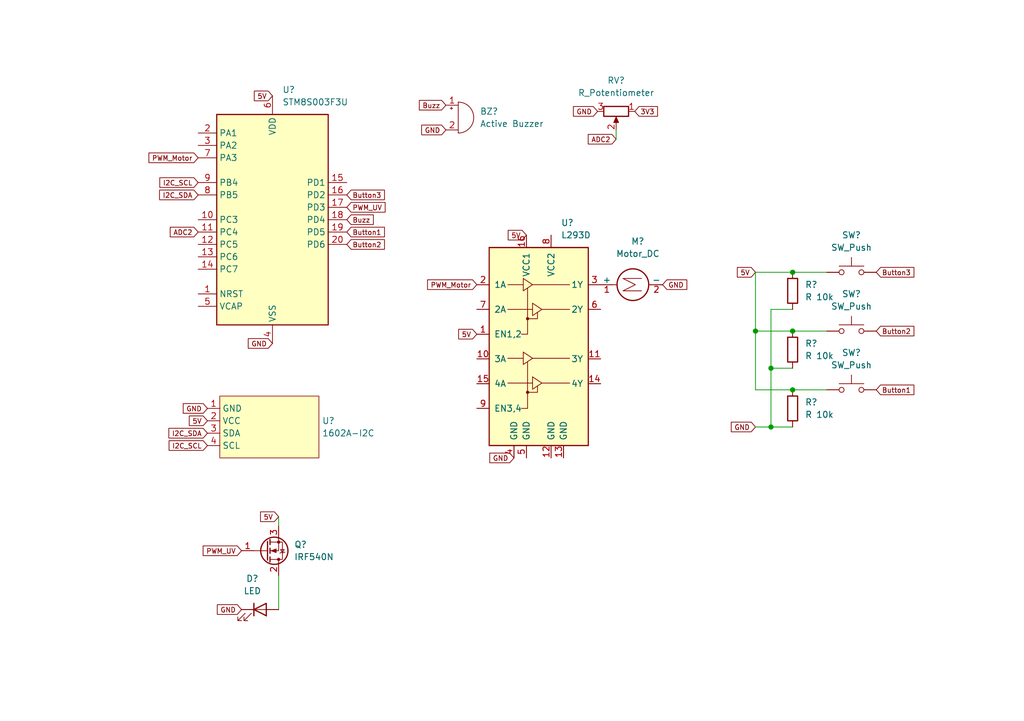
<source format=kicad_sch>
(kicad_sch (version 20211123) (generator eeschema)
  (paper "A5")
  (lib_symbols
    (symbol "1602A-I2C_1"
      (property "Reference" "U" (at 0 0 0))
      (property "Value" "1602A-I2C_1" (at 0 -2.54 0))
      (symbol "1602A-I2C_1_0_1"
        (rectangle (start -10.16 -6.35) (end 10.16 -19.05) (fill (type background)))
      )
      (symbol "1602A-I2C_1_1_1"
        (pin power_in line (at 12.7 -8.89 180) (length 2.54) (name "GND") (number "1"))
        (pin power_in line (at 12.7 -11.43 180) (length 2.54) (name "VCC") (number "2"))
        (pin bidirectional line (at 12.7 -13.97 180) (length 2.54) (name "SDA") (number "3"))
        (pin input line (at 12.7 -16.51 180) (length 2.54) (name "SCL") (number "4"))
      )
    )
    (symbol "Device:Buzzer" (pin_names (offset 0.0254) hide)
      (property "Reference" "BZ" (at 3.81 1.27 0))
      (property "Value" "Buzzer" (at 3.81 -1.27 0))
      (symbol "Buzzer_0_1"
        (arc (start 0 -3.175) (mid 3.175 0) (end 0 3.175))
        (polyline (pts (xy -1.651 1.905) (xy -1.143 1.905)))
        (polyline (pts (xy -1.397 2.159) (xy -1.397 1.651)))
        (polyline (pts (xy 0 3.175) (xy 0 -3.175)))
      )
      (symbol "Buzzer_1_1"
        (pin passive line (at -2.54 2.54 0) (length 2.54) (name "-") (number "1"))
        (pin passive line (at -2.54 -2.54 0) (length 2.54) (name "+") (number "2"))
      )
    )
    (symbol "Device:LED" (pin_numbers hide) (pin_names (offset 1.016) hide)
      (property "Reference" "D" (at 0 2.54 0))
      (property "Value" "LED" (at 0 -2.54 0))
      (symbol "LED_0_1"
        (polyline (pts (xy -1.27 -1.27) (xy -1.27 1.27)) (stroke (width 0.254)))
        (polyline (pts (xy -1.27 0) (xy 1.27 0)))
        (polyline (pts (xy 1.27 -1.27) (xy 1.27 1.27) (xy -1.27 0) (xy 1.27 -1.27)) (stroke (width 0.254)))
        (polyline (pts (xy -3.048 -0.762) (xy -4.572 -2.286) (xy -3.81 -2.286) (xy -4.572 -2.286) (xy -4.572 -1.524)))
        (polyline (pts (xy -1.778 -0.762) (xy -3.302 -2.286) (xy -2.54 -2.286) (xy -3.302 -2.286) (xy -3.302 -1.524)))
      )
      (symbol "LED_1_1"
        (pin passive line (at -3.81 0 0) (length 2.54) (name "K") (number "1"))
        (pin passive line (at 3.81 0 180) (length 2.54) (name "A") (number "2"))
      )
    )
    (symbol "Device:R" (pin_numbers hide) (pin_names (offset 0))
      (property "Reference" "R" (at 2.032 0 90))
      (property "Value" "R" (at 0 0 90))
      (symbol "R_0_1"
        (rectangle (start -1.016 -2.54) (end 1.016 2.54) (stroke (width 0.254)))
      )
      (symbol "R_1_1"
        (pin passive line (at 0 3.81 270) (length 1.27) (name "~") (number "1"))
        (pin passive line (at 0 -3.81 90) (length 1.27) (name "~") (number "2"))
      )
    )
    (symbol "Device:R_Potentiometer" (pin_names (offset 1.016) hide)
      (property "Reference" "RV" (at -4.445 0 90))
      (property "Value" "R_Potentiometer" (at -2.54 0 90))
      (symbol "R_Potentiometer_0_1"
        (polyline (pts (xy 2.54 0) (xy 1.524 0)))
        (polyline (pts (xy 1.143 0) (xy 2.286 0.508) (xy 2.286 -0.508) (xy 1.143 0)) (fill (type outline)))
        (rectangle (start 1.016 2.54) (end -1.016 -2.54) (stroke (width 0.254)))
      )
      (symbol "R_Potentiometer_1_1"
        (pin passive line (at 0 3.81 270) (length 1.27) (name "1") (number "1"))
        (pin passive line (at 3.81 0 180) (length 1.27) (name "2") (number "2"))
        (pin passive line (at 0 -3.81 90) (length 1.27) (name "3") (number "3"))
      )
    )
    (symbol "Driver_Motor:L293D" (pin_names (offset 1.016))
      (property "Reference" "U" (at -5.08 26.035 0))
      (property "Value" "L293D" (at -5.08 24.13 0))
      (symbol "L293D_0_1"
        (rectangle (start -10.16 22.86) (end 10.16 -17.78) (stroke (width 0.254)) (fill (type background)))
        (circle (center -2.286 -6.858) (radius 0.254) (fill (type outline)))
        (circle (center -2.286 8.255) (radius 0.254) (fill (type outline)))
        (polyline (pts (xy -6.35 -4.953) (xy -1.27 -4.953)))
        (polyline (pts (xy -6.35 0.127) (xy -3.175 0.127)))
        (polyline (pts (xy -6.35 10.16) (xy -1.27 10.16)))
        (polyline (pts (xy -6.35 15.24) (xy -3.175 15.24)))
        (polyline (pts (xy -1.27 0.127) (xy 6.35 0.127)))
        (polyline (pts (xy -1.27 15.24) (xy 6.35 15.24)))
        (polyline (pts (xy 0.635 -4.953) (xy 6.35 -4.953)))
        (polyline (pts (xy 0.635 10.16) (xy 6.35 10.16)))
        (polyline (pts (xy -2.286 -6.858) (xy -0.254 -6.858) (xy -0.254 -5.588)))
        (polyline (pts (xy -2.286 -0.635) (xy -2.286 -10.16) (xy -3.556 -10.16)))
        (polyline (pts (xy -2.286 8.255) (xy -0.254 8.255) (xy -0.254 9.525)))
        (polyline (pts (xy -2.286 14.478) (xy -2.286 5.08) (xy -3.556 5.08)))
        (polyline (pts (xy -3.175 1.397) (xy -3.175 -1.143) (xy -1.27 0.127) (xy -3.175 1.397)))
        (polyline (pts (xy -3.175 16.51) (xy -3.175 13.97) (xy -1.27 15.24) (xy -3.175 16.51)))
        (polyline (pts (xy -1.27 -3.683) (xy -1.27 -6.223) (xy 0.635 -4.953) (xy -1.27 -3.683)))
        (polyline (pts (xy -1.27 11.43) (xy -1.27 8.89) (xy 0.635 10.16) (xy -1.27 11.43)))
      )
      (symbol "L293D_1_1"
        (pin input line (at -12.7 5.08 0) (length 2.54) (name "EN1,2") (number "1"))
        (pin input line (at -12.7 0 0) (length 2.54) (name "3A") (number "10"))
        (pin output line (at 12.7 0 180) (length 2.54) (name "3Y") (number "11"))
        (pin power_in line (at 2.54 -20.32 90) (length 2.54) (name "GND") (number "12"))
        (pin power_in line (at 5.08 -20.32 90) (length 2.54) (name "GND") (number "13"))
        (pin output line (at 12.7 -5.08 180) (length 2.54) (name "4Y") (number "14"))
        (pin input line (at -12.7 -5.08 0) (length 2.54) (name "4A") (number "15"))
        (pin power_in line (at -2.54 25.4 270) (length 2.54) (name "VCC1") (number "16"))
        (pin input line (at -12.7 15.24 0) (length 2.54) (name "1A") (number "2"))
        (pin output line (at 12.7 15.24 180) (length 2.54) (name "1Y") (number "3"))
        (pin power_in line (at -5.08 -20.32 90) (length 2.54) (name "GND") (number "4"))
        (pin power_in line (at -2.54 -20.32 90) (length 2.54) (name "GND") (number "5"))
        (pin output line (at 12.7 10.16 180) (length 2.54) (name "2Y") (number "6"))
        (pin input line (at -12.7 10.16 0) (length 2.54) (name "2A") (number "7"))
        (pin power_in line (at 2.54 25.4 270) (length 2.54) (name "VCC2") (number "8"))
        (pin input line (at -12.7 -10.16 0) (length 2.54) (name "EN3,4") (number "9"))
      )
    )
    (symbol "MCU_ST_STM8:STM8S003F3U"
      (property "Reference" "U" (at 1.27 25.4 0))
      (property "Value" "STM8S003F3U" (at 1.27 22.86 0))
      (symbol "STM8S003F3U_0_1"
        (rectangle (start -11.43 21.59) (end 11.43 -21.59) (stroke (width 0.254)) (fill (type background)))
      )
      (symbol "STM8S003F3U_1_1"
        (pin input line (at -15.24 -15.24 0) (length 3.81) (name "NRST") (number "1"))
        (pin bidirectional line (at -15.24 0 0) (length 3.81) (name "PC3") (number "10"))
        (pin bidirectional line (at -15.24 -2.54 0) (length 3.81) (name "PC4") (number "11"))
        (pin bidirectional line (at -15.24 -5.08 0) (length 3.81) (name "PC5") (number "12"))
        (pin bidirectional line (at -15.24 -7.62 0) (length 3.81) (name "PC6") (number "13"))
        (pin bidirectional line (at -15.24 -10.16 0) (length 3.81) (name "PC7") (number "14"))
        (pin bidirectional line (at 15.24 7.62 180) (length 3.81) (name "PD1") (number "15"))
        (pin bidirectional line (at 15.24 5.08 180) (length 3.81) (name "PD2") (number "16"))
        (pin bidirectional line (at 15.24 2.54 180) (length 3.81) (name "PD3") (number "17"))
        (pin bidirectional line (at 15.24 0 180) (length 3.81) (name "PD4") (number "18"))
        (pin bidirectional line (at 15.24 -2.54 180) (length 3.81) (name "PD5") (number "19"))
        (pin bidirectional line (at -15.24 17.78 0) (length 3.81) (name "PA1") (number "2"))
        (pin bidirectional line (at 15.24 -5.08 180) (length 3.81) (name "PD6") (number "20"))
        (pin bidirectional line (at -15.24 15.24 0) (length 3.81) (name "PA2") (number "3"))
        (pin power_in line (at 0 -25.4 90) (length 3.81) (name "VSS") (number "4"))
        (pin passive line (at -15.24 -17.78 0) (length 3.81) (name "VCAP") (number "5"))
        (pin power_in line (at 0 25.4 270) (length 3.81) (name "VDD") (number "6"))
        (pin bidirectional line (at -15.24 12.7 0) (length 3.81) (name "PA3") (number "7"))
        (pin bidirectional line (at -15.24 5.08 0) (length 3.81) (name "PB5") (number "8"))
        (pin bidirectional line (at -15.24 7.62 0) (length 3.81) (name "PB4") (number "9"))
      )
    )
    (symbol "Motor:Motor_DC" (pin_names (offset 0))
      (property "Reference" "M" (at 2.54 2.54 0))
      (property "Value" "Motor_DC" (at 2.54 -5.08 0))
      (symbol "Motor_DC_0_0"
        (polyline (pts (xy -1.27 -3.302) (xy -1.27 0.508) (xy 0 -2.032) (xy 1.27 0.508) (xy 1.27 -3.302)))
      )
      (symbol "Motor_DC_0_1"
        (circle (center 0 -1.524) (radius 3.2512) (stroke (width 0.254)))
        (polyline (pts (xy 0 -7.62) (xy 0 -7.112)))
        (polyline (pts (xy 0 -4.7752) (xy 0 -5.1816)))
        (polyline (pts (xy 0 1.7272) (xy 0 2.0828)))
        (polyline (pts (xy 0 2.032) (xy 0 2.54)))
      )
      (symbol "Motor_DC_1_1"
        (pin passive line (at 0 5.08 270) (length 2.54) (name "+") (number "1"))
        (pin passive line (at 0 -7.62 90) (length 2.54) (name "-") (number "2"))
      )
    )
    (symbol "Switch:SW_Push" (pin_numbers hide) (pin_names (offset 1.016) hide)
      (property "Reference" "SW" (at 1.27 2.54 0))
      (property "Value" "SW_Push" (at 0 -1.524 0))
      (symbol "SW_Push_0_1"
        (circle (center -2.032 0) (radius 0.508))
        (polyline (pts (xy 0 1.27) (xy 0 3.048)))
        (polyline (pts (xy 2.54 1.27) (xy -2.54 1.27)))
        (circle (center 2.032 0) (radius 0.508))
        (pin passive line (at -5.08 0 0) (length 2.54) (name "1") (number "1"))
        (pin passive line (at 5.08 0 180) (length 2.54) (name "2") (number "2"))
      )
    )
    (symbol "Transistor_FET:IRF540N" (pin_names hide)
      (property "Reference" "Q" (at 6.35 1.905 0))
      (property "Value" "IRF540N" (at 6.35 0 0))
      (symbol "IRF540N_0_1"
        (polyline (pts (xy 0.254 0) (xy -2.54 0)))
        (polyline (pts (xy 0.254 1.905) (xy 0.254 -1.905)) (stroke (width 0.254)))
        (polyline (pts (xy 0.762 -1.27) (xy 0.762 -2.286)) (stroke (width 0.254)))
        (polyline (pts (xy 0.762 0.508) (xy 0.762 -0.508)) (stroke (width 0.254)))
        (polyline (pts (xy 0.762 2.286) (xy 0.762 1.27)) (stroke (width 0.254)))
        (polyline (pts (xy 2.54 2.54) (xy 2.54 1.778)))
        (polyline (pts (xy 2.54 -2.54) (xy 2.54 0) (xy 0.762 0)))
        (polyline (pts (xy 0.762 -1.778) (xy 3.302 -1.778) (xy 3.302 1.778) (xy 0.762 1.778)))
        (polyline (pts (xy 1.016 0) (xy 2.032 0.381) (xy 2.032 -0.381) (xy 1.016 0)) (fill (type outline)))
        (polyline (pts (xy 2.794 0.508) (xy 2.921 0.381) (xy 3.683 0.381) (xy 3.81 0.254)))
        (polyline (pts (xy 3.302 0.381) (xy 2.921 -0.254) (xy 3.683 -0.254) (xy 3.302 0.381)))
        (circle (center 1.651 0) (radius 2.794) (stroke (width 0.254)))
        (circle (center 2.54 -1.778) (radius 0.254) (fill (type outline)))
        (circle (center 2.54 1.778) (radius 0.254) (fill (type outline)))
      )
      (symbol "IRF540N_1_1"
        (pin input line (at -5.08 0 0) (length 2.54) (name "G") (number "1"))
        (pin passive line (at 2.54 5.08 270) (length 2.54) (name "D") (number "2"))
        (pin passive line (at 2.54 -5.08 90) (length 2.54) (name "S") (number "3"))
      )
    )
  )
  (junction (at 162.56 67.945))
  (junction (at 162.56 80.01))
  (junction (at 158.115 87.63))
  (junction (at 162.56 55.88))
  (junction (at 154.94 67.945))
  (junction (at 158.115 75.565))
  (wire (pts (xy 154.94 87.63) (xy 158.115 87.63)))
  (wire (pts (xy 158.115 63.5) (xy 162.56 63.5)))
  (wire (pts (xy 154.94 55.88) (xy 154.94 67.945)))
  (wire (pts (xy 158.115 87.63) (xy 162.56 87.63)))
  (wire (pts (xy 162.56 80.01) (xy 169.545 80.01)))
  (wire (pts (xy 154.94 67.945) (xy 154.94 80.01)))
  (wire (pts (xy 57.15 118.11) (xy 57.15 125.095)))
  (wire (pts (xy 126.365 28.575) (xy 126.365 26.67)))
  (wire (pts (xy 158.115 75.565) (xy 162.56 75.565)))
  (wire (pts (xy 154.94 55.88) (xy 162.56 55.88)))
  (wire (pts (xy 154.94 67.945) (xy 162.56 67.945)))
  (wire (pts (xy 162.56 55.88) (xy 169.545 55.88)))
  (wire (pts (xy 158.115 87.63) (xy 158.115 75.565)))
  (wire (pts (xy 162.56 67.945) (xy 169.545 67.945)))
  (wire (pts (xy 154.94 80.01) (xy 162.56 80.01)))
  (wire (pts (xy 57.15 106.045) (xy 57.15 107.95)))
  (wire (pts (xy 158.115 75.565) (xy 158.115 63.5)))
  (global_label "ADC2" (shape input) (at 40.64 47.625 180) (effects (font (size 1 1))) (property "Intersheet References" "${INTERSHEET_REFS}" (effects hide)))
  (global_label "GND" (shape input) (at 154.94 87.63 180) (effects (font (size 1 1))) (property "Intersheet References" "${INTERSHEET_REFS}" (effects hide)))
  (global_label "5V" (shape input) (at 55.88 19.685 180) (effects (font (size 1 1))) (property "Intersheet References" "${INTERSHEET_REFS}" (effects hide)))
  (global_label "PWM_Motor" (shape input) (at 97.79 58.42 180) (effects (font (size 1 1))) (property "Intersheet References" "${INTERSHEET_REFS}" (effects hide)))
  (global_label "Button3" (shape input) (at 179.705 55.88 0) (effects (font (size 1 1))) (property "Intersheet References" "${INTERSHEET_REFS}" (effects hide)))
  (global_label "5V" (shape input) (at 154.94 55.88 180) (effects (font (size 1 1))) (property "Intersheet References" "${INTERSHEET_REFS}" (effects hide)))
  (global_label "GND" (shape input) (at 42.545 83.82 180) (effects (font (size 1 1))) (property "Intersheet References" "${INTERSHEET_REFS}" (effects hide)))
  (global_label "Buzz" (shape input) (at 71.12 45.085 0) (effects (font (size 1 1))) (property "Intersheet References" "${INTERSHEET_REFS}" (effects hide)))
  (global_label "5V" (shape input) (at 107.95 48.26 180) (effects (font (size 1 1))) (property "Intersheet References" "${INTERSHEET_REFS}" (effects hide)))
  (global_label "I2C_SDA" (shape input) (at 42.545 88.9 180) (effects (font (size 1 1))) (property "Intersheet References" "${INTERSHEET_REFS}" (effects hide)))
  (global_label "PWM_UV" (shape input) (at 71.12 42.545 0) (effects (font (size 1 1))) (property "Intersheet References" "${INTERSHEET_REFS}" (effects hide)))
  (global_label "5V" (shape input) (at 57.15 106.045 180) (effects (font (size 1 1))) (property "Intersheet References" "${INTERSHEET_REFS}" (effects hide)))
  (global_label "PWM_Motor" (shape input) (at 40.64 32.385 180) (effects (font (size 1 1))) (property "Intersheet References" "${INTERSHEET_REFS}" (effects hide)))
  (global_label "I2C_SCL" (shape input) (at 40.64 37.465 180) (effects (font (size 1 1))) (property "Intersheet References" "${INTERSHEET_REFS}" (effects hide)))
  (global_label "GND" (shape input) (at 105.41 93.98 180) (effects (font (size 1 1))) (property "Intersheet References" "${INTERSHEET_REFS}" (effects hide)))
  (global_label "Button1" (shape input) (at 179.705 80.01 0) (effects (font (size 1 1))) (property "Intersheet References" "${INTERSHEET_REFS}" (effects hide)))
  (global_label "ADC2" (shape input) (at 126.365 28.575 180) (effects (font (size 1 1))) (property "Intersheet References" "${INTERSHEET_REFS}" (effects hide)))
  (global_label "GND" (shape input) (at 91.44 26.67 180) (effects (font (size 1 1))) (property "Intersheet References" "${INTERSHEET_REFS}" (effects hide)))
  (global_label "I2C_SDA" (shape input) (at 40.64 40.005 180) (effects (font (size 1 1))) (property "Intersheet References" "${INTERSHEET_REFS}" (effects hide)))
  (global_label "Button3" (shape input) (at 71.12 40.005 0) (effects (font (size 1 1))) (property "Intersheet References" "${INTERSHEET_REFS}" (effects hide)))
  (global_label "5V" (shape input) (at 97.79 68.58 180) (effects (font (size 1 1))) (property "Intersheet References" "${INTERSHEET_REFS}" (effects hide)))
  (global_label "GND" (shape input) (at 49.53 125.095 180) (effects (font (size 1 1))) (property "Intersheet References" "${INTERSHEET_REFS}" (effects hide)))
  (global_label "PWM_UV" (shape input) (at 49.53 113.03 180) (effects (font (size 1 1))) (property "Intersheet References" "${INTERSHEET_REFS}" (effects hide)))
  (global_label "GND" (shape input) (at 55.88 70.485 180) (effects (font (size 1 1))) (property "Intersheet References" "${INTERSHEET_REFS}" (effects hide)))
  (global_label "3V3" (shape input) (at 130.175 22.86 0) (effects (font (size 1 1))) (property "Intersheet References" "${INTERSHEET_REFS}" (effects hide)))
  (global_label "5V" (shape input) (at 42.545 86.36 180) (effects (font (size 1 1))) (property "Intersheet References" "${INTERSHEET_REFS}" (effects hide)))
  (global_label "GND" (shape input) (at 135.89 58.42 0) (effects (font (size 1 1))) (property "Intersheet References" "${INTERSHEET_REFS}" (effects hide)))
  (global_label "GND" (shape input) (at 122.555 22.86 180) (effects (font (size 1 1))) (property "Intersheet References" "${INTERSHEET_REFS}" (effects hide)))
  (global_label "Buzz" (shape input) (at 91.44 21.59 180) (effects (font (size 1 1))) (property "Intersheet References" "${INTERSHEET_REFS}" (effects hide)))
  (global_label "Button1" (shape input) (at 71.12 47.625 0) (effects (font (size 1 1))) (property "Intersheet References" "${INTERSHEET_REFS}" (effects hide)))
  (global_label "Button2" (shape input) (at 71.12 50.165 0) (effects (font (size 1 1))) (property "Intersheet References" "${INTERSHEET_REFS}" (effects hide)))
  (global_label "Button2" (shape input) (at 179.705 67.945 0) (effects (font (size 1 1))) (property "Intersheet References" "${INTERSHEET_REFS}" (effects hide)))
  (global_label "I2C_SCL" (shape input) (at 42.545 91.44 180) (effects (font (size 1 1))) (property "Intersheet References" "${INTERSHEET_REFS}" (effects hide)))
  (symbol (lib_id "Device:LED") (at 53.34 125.095 0) (unit 1)
    (property "Reference" "D?" (at 51.7525 118.745 0))
    (property "Value" "LED" (at 51.7525 121.285 0))
  )
  (symbol (lib_id "Switch:SW_Push") (at 174.625 80.01 0) (unit 1)
    (property "Reference" "SW?" (at 174.625 72.39 0))
    (property "Value" "SW_Push" (at 174.625 74.93 0))
  )
  (symbol (lib_id "MCU_ST_STM8:STM8S003F3U") (at 55.88 45.085 0) (unit 1)
    (property "Reference" "U?" (at 57.8994 18.415 0) (effects (justify left)))
    (property "Value" "STM8S003F3U" (at 57.8994 20.955 0) (effects (justify left)))
    (property "Footprint" "Package_DFN_QFN:ST_UFQFPN-20_3x3mm_P0.5mm" (effects hide))
    (property "Datasheet" "http://www.st.com/st-web-ui/static/active/en/resource/technical/document/datasheet/DM00024550.pdf" (effects hide))
  )
  (symbol (lib_id "Transistor_FET:IRF540N") (at 54.61 113.03 0) (mirror x) (unit 1)
    (property "Reference" "Q?" (at 60.325 111.7599 0) (effects (justify left)))
    (property "Value" "IRF540N" (at 60.325 114.2999 0) (effects (justify left)))
    (property "Footprint" "Package_TO_SOT_THT:TO-220-3_Vertical" (effects hide))
    (property "Datasheet" "http://www.irf.com/product-info/datasheets/data/irf540n.pdf" (effects hide))
  )
  (symbol (lib_id "Device:R") (at 162.56 71.755 0) (unit 1)
    (property "Reference" "R?" (at 165.1 70.4849 0) (effects (justify left)))
    (property "Value" "R 10k" (at 165.1 73.0249 0) (effects (justify left)))
  )
  (symbol (lib_id "Device:Buzzer") (at 93.98 24.13 0) (unit 1)
    (property "Reference" "BZ?" (at 98.425 22.8599 0) (effects (justify left)))
    (property "Value" "Active Buzzer" (at 98.425 25.3999 0) (effects (justify left)))
  )
  (symbol (lib_id "Device:R") (at 162.56 59.69 0) (unit 1)
    (property "Reference" "R?" (at 165.1 58.4199 0) (effects (justify left)))
    (property "Value" "R 10k" (at 165.1 60.9599 0) (effects (justify left)))
  )
  (symbol (lib_id "Device:R_Potentiometer") (at 126.365 22.86 270) (unit 1)
    (property "Reference" "RV?" (at 126.365 16.51 90))
    (property "Value" "R_Potentiometer" (at 126.365 19.05 90))
  )
  (symbol (lib_id "Switch:SW_Push") (at 174.625 67.945 0) (unit 1)
    (property "Reference" "SW?" (at 174.625 60.325 0))
    (property "Value" "SW_Push" (at 174.625 62.865 0))
  )
  (symbol (lib_id "Motor:Motor_DC") (at 128.27 58.42 90) (mirror x) (unit 1)
    (property "Reference" "M?" (at 130.81 49.53 90))
    (property "Value" "Motor_DC" (at 130.81 52.07 90))
  )
  (symbol (lib_id "Driver_Motor:L293D") (at 110.49 73.66 0) (unit 1)
    (property "Reference" "U?" (at 115.0494 45.72 0) (effects (justify left)))
    (property "Value" "L293D" (at 115.0494 48.26 0) (effects (justify left)))
    (property "Footprint" "Package_DIP:DIP-16_W7.62mm" (effects hide))
    (property "Datasheet" "http://www.ti.com/lit/ds/symlink/l293.pdf" (effects hide))
  )
  (symbol (lib_name "1602A-I2C_1") (lib_id "custom_symbols:1602A-I2C") (at 55.245 74.93 0) (mirror y) (unit 1)
    (property "Reference" "U?" (at 66.04 86.3599 0) (effects (justify right)))
    (property "Value" "1602A-I2C" (at 66.04 88.8999 0) (effects (justify right)))
  )
  (symbol (lib_id "Switch:SW_Push") (at 174.625 55.88 0) (unit 1)
    (property "Reference" "SW?" (at 174.625 48.26 0))
    (property "Value" "SW_Push" (at 174.625 50.8 0))
  )
  (symbol (lib_id "Device:R") (at 162.56 83.82 0) (unit 1)
    (property "Reference" "R?" (at 165.1 82.5499 0) (effects (justify left)))
    (property "Value" "R 10k" (at 165.1 85.0899 0) (effects (justify left)))
  )
)
</source>
